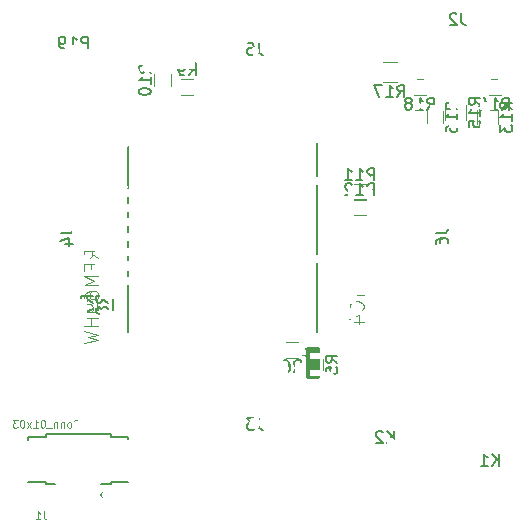
<source format=gbo>
G04 #@! TF.FileFunction,Legend,Bot*
%FSLAX46Y46*%
G04 Gerber Fmt 4.6, Leading zero omitted, Abs format (unit mm)*
G04 Created by KiCad (PCBNEW 4.0.7) date 02/03/18 21:52:34*
%MOMM*%
%LPD*%
G01*
G04 APERTURE LIST*
%ADD10C,0.100000*%
%ADD11C,0.200000*%
%ADD12C,0.381000*%
%ADD13C,0.120000*%
%ADD14C,0.127000*%
%ADD15C,0.280000*%
%ADD16C,0.050000*%
%ADD17C,0.150000*%
%ADD18R,1.050000X1.950000*%
%ADD19R,1.524000X1.524000*%
%ADD20C,1.060000*%
%ADD21C,1.006000*%
%ADD22R,3.000000X0.800000*%
%ADD23R,3.000000X2.100000*%
%ADD24C,1.300000*%
%ADD25C,1.524000*%
%ADD26R,0.900000X0.500000*%
%ADD27R,0.500000X0.900000*%
%ADD28R,1.300000X0.700000*%
%ADD29R,0.700000X1.300000*%
%ADD30R,0.800000X1.600000*%
%ADD31R,2.100000X3.000000*%
%ADD32R,0.800000X3.000000*%
%ADD33R,2.000000X3.000000*%
%ADD34R,1.900000X2.800000*%
%ADD35C,1.306000*%
%ADD36C,2.000000*%
%ADD37C,1.000000*%
%ADD38C,0.706000*%
G04 APERTURE END LIST*
D10*
D11*
X49150000Y-52260000D02*
X49150000Y-36260000D01*
X33150000Y-36260000D02*
X33150000Y-52260000D01*
X48441550Y-54010000D02*
G75*
G03X48441550Y-54010000I-291550J0D01*
G01*
D12*
G36*
X48350000Y-55978100D02*
X48350000Y-53760000D01*
X49118730Y-53760000D01*
X49118730Y-55978100D01*
X48350000Y-55978100D01*
G37*
X48350000Y-55978100D02*
X48350000Y-53760000D01*
X49118730Y-53760000D01*
X49118730Y-55978100D01*
X48350000Y-55978100D01*
D13*
X48280000Y-54545000D02*
X48280000Y-55545000D01*
X49640000Y-55545000D02*
X49640000Y-54545000D01*
X47555000Y-53095000D02*
X46555000Y-53095000D01*
X46555000Y-54455000D02*
X47555000Y-54455000D01*
X31860000Y-50465000D02*
X31860000Y-49465000D01*
X30500000Y-49465000D02*
X30500000Y-50465000D01*
X33130000Y-50465000D02*
X33130000Y-49465000D01*
X31770000Y-49465000D02*
X31770000Y-50465000D01*
X37665000Y-32230000D02*
X38665000Y-32230000D01*
X38665000Y-30870000D02*
X37665000Y-30870000D01*
X36740000Y-31460000D02*
X36740000Y-30460000D01*
X35380000Y-30460000D02*
X35380000Y-31460000D01*
X52270000Y-41120000D02*
X53270000Y-41120000D01*
X53270000Y-39760000D02*
X52270000Y-39760000D01*
X52270000Y-42390000D02*
X53270000Y-42390000D01*
X53270000Y-41030000D02*
X52270000Y-41030000D01*
X62685000Y-33490000D02*
X62685000Y-34690000D01*
X64445000Y-34690000D02*
X64445000Y-33490000D01*
X64700000Y-30870000D02*
X63700000Y-30870000D01*
X63700000Y-32230000D02*
X64700000Y-32230000D01*
X59987520Y-33098840D02*
X59987520Y-34298840D01*
X61747520Y-34298840D02*
X61747520Y-33098840D01*
X58440000Y-33590000D02*
X58440000Y-34590000D01*
X59800000Y-34590000D02*
X59800000Y-33590000D01*
X55910000Y-29400000D02*
X54710000Y-29400000D01*
X54710000Y-31160000D02*
X55910000Y-31160000D01*
X58350000Y-30870000D02*
X57350000Y-30870000D01*
X57350000Y-32230000D02*
X58350000Y-32230000D01*
D14*
X24675000Y-61400000D02*
X24675000Y-61200000D01*
D15*
X31165000Y-66050000D02*
G75*
G03X31165000Y-66050000I-140000J0D01*
G01*
X31165000Y-66050000D02*
G75*
G03X31165000Y-66050000I-140000J0D01*
G01*
D14*
X26175000Y-65000000D02*
X24675000Y-65000000D01*
X24675000Y-65000000D02*
X24675000Y-64950000D01*
X26975000Y-65150000D02*
X26175000Y-65150000D01*
X26175000Y-65150000D02*
X26175000Y-65000000D01*
X30825000Y-65150000D02*
X31675000Y-65150000D01*
X31675000Y-65150000D02*
X31675000Y-65000000D01*
X31675000Y-65000000D02*
X33175000Y-65000000D01*
X33175000Y-65000000D02*
X33175000Y-64950000D01*
X24675000Y-61200000D02*
X26175000Y-61200000D01*
X26175000Y-61200000D02*
X26175000Y-60950000D01*
X26175000Y-60950000D02*
X31675000Y-60950000D01*
X31675000Y-60950000D02*
X31675000Y-61200000D01*
X31675000Y-61200000D02*
X33175000Y-61200000D01*
X33175000Y-61200000D02*
X33175000Y-61350000D01*
D16*
X53098629Y-49170169D02*
X51896259Y-49170169D01*
X52984118Y-50429794D02*
X53041374Y-50372538D01*
X53098629Y-50200771D01*
X53098629Y-50086260D01*
X53041374Y-49914493D01*
X52926862Y-49799981D01*
X52812351Y-49742726D01*
X52583328Y-49685470D01*
X52411561Y-49685470D01*
X52182538Y-49742726D01*
X52068026Y-49799981D01*
X51953515Y-49914493D01*
X51896259Y-50086260D01*
X51896259Y-50200771D01*
X51953515Y-50372538D01*
X52010771Y-50429794D01*
X52297049Y-51460397D02*
X53098629Y-51460397D01*
X51839004Y-51174118D02*
X52697839Y-50887840D01*
X52697839Y-51632164D01*
X30610628Y-46056909D02*
X30053756Y-45667099D01*
X30610628Y-45388664D02*
X29441198Y-45388664D01*
X29441198Y-45834161D01*
X29496885Y-45945535D01*
X29552572Y-46001222D01*
X29663946Y-46056909D01*
X29831008Y-46056909D01*
X29942382Y-46001222D01*
X29998069Y-45945535D01*
X30053756Y-45834161D01*
X30053756Y-45388664D01*
X29998069Y-46947904D02*
X29998069Y-46558094D01*
X30610628Y-46558094D02*
X29441198Y-46558094D01*
X29441198Y-47114965D01*
X30610628Y-47560463D02*
X29441198Y-47560463D01*
X30276505Y-47950273D01*
X29441198Y-48340083D01*
X30610628Y-48340083D01*
X29441198Y-49398138D02*
X29441198Y-49175389D01*
X29496885Y-49064015D01*
X29552572Y-49008328D01*
X29719634Y-48896954D01*
X29942382Y-48841267D01*
X30387879Y-48841267D01*
X30499254Y-48896954D01*
X30554941Y-48952641D01*
X30610628Y-49064015D01*
X30610628Y-49286764D01*
X30554941Y-49398138D01*
X30499254Y-49453825D01*
X30387879Y-49509512D01*
X30109444Y-49509512D01*
X29998069Y-49453825D01*
X29942382Y-49398138D01*
X29886695Y-49286764D01*
X29886695Y-49064015D01*
X29942382Y-48952641D01*
X29998069Y-48896954D01*
X30109444Y-48841267D01*
X30610628Y-50066384D02*
X30610628Y-50289132D01*
X30554941Y-50400507D01*
X30499254Y-50456194D01*
X30332192Y-50567568D01*
X30109444Y-50623255D01*
X29663946Y-50623255D01*
X29552572Y-50567568D01*
X29496885Y-50511881D01*
X29441198Y-50400507D01*
X29441198Y-50177758D01*
X29496885Y-50066384D01*
X29552572Y-50010697D01*
X29663946Y-49955010D01*
X29942382Y-49955010D01*
X30053756Y-50010697D01*
X30109444Y-50066384D01*
X30165131Y-50177758D01*
X30165131Y-50400507D01*
X30109444Y-50511881D01*
X30053756Y-50567568D01*
X29942382Y-50623255D01*
X30610628Y-51124440D02*
X29441198Y-51124440D01*
X29998069Y-51124440D02*
X29998069Y-51792685D01*
X30610628Y-51792685D02*
X29441198Y-51792685D01*
X29441198Y-52238182D02*
X30610628Y-52516618D01*
X29775321Y-52739367D01*
X30610628Y-52962115D01*
X29441198Y-53240551D01*
D17*
X64541095Y-63620281D02*
X64541095Y-62620281D01*
X63969666Y-63620281D02*
X64398238Y-63048852D01*
X63969666Y-62620281D02*
X64541095Y-63191710D01*
X63017285Y-63620281D02*
X63588714Y-63620281D01*
X63303000Y-63620281D02*
X63303000Y-62620281D01*
X63398238Y-62763138D01*
X63493476Y-62858376D01*
X63588714Y-62905995D01*
X55651095Y-61697881D02*
X55651095Y-60697881D01*
X55079666Y-61697881D02*
X55508238Y-61126452D01*
X55079666Y-60697881D02*
X55651095Y-61269310D01*
X54698714Y-60793119D02*
X54651095Y-60745500D01*
X54555857Y-60697881D01*
X54317761Y-60697881D01*
X54222523Y-60745500D01*
X54174904Y-60793119D01*
X54127285Y-60888357D01*
X54127285Y-60983595D01*
X54174904Y-61126452D01*
X54746333Y-61697881D01*
X54127285Y-61697881D01*
X59207381Y-43916667D02*
X59921667Y-43916667D01*
X60064524Y-43869047D01*
X60159762Y-43773809D01*
X60207381Y-43630952D01*
X60207381Y-43535714D01*
X59207381Y-44821429D02*
X59207381Y-44630952D01*
X59255000Y-44535714D01*
X59302619Y-44488095D01*
X59445476Y-44392857D01*
X59635952Y-44345238D01*
X60016905Y-44345238D01*
X60112143Y-44392857D01*
X60159762Y-44440476D01*
X60207381Y-44535714D01*
X60207381Y-44726191D01*
X60159762Y-44821429D01*
X60112143Y-44869048D01*
X60016905Y-44916667D01*
X59778810Y-44916667D01*
X59683571Y-44869048D01*
X59635952Y-44821429D01*
X59588333Y-44726191D01*
X59588333Y-44535714D01*
X59635952Y-44440476D01*
X59683571Y-44392857D01*
X59778810Y-44345238D01*
X27457381Y-43916667D02*
X28171667Y-43916667D01*
X28314524Y-43869047D01*
X28409762Y-43773809D01*
X28457381Y-43630952D01*
X28457381Y-43535714D01*
X27790714Y-44821429D02*
X28457381Y-44821429D01*
X27409762Y-44583333D02*
X28124048Y-44345238D01*
X28124048Y-44964286D01*
X50862381Y-54878334D02*
X50386190Y-54545000D01*
X50862381Y-54306905D02*
X49862381Y-54306905D01*
X49862381Y-54687858D01*
X49910000Y-54783096D01*
X49957619Y-54830715D01*
X50052857Y-54878334D01*
X50195714Y-54878334D01*
X50290952Y-54830715D01*
X50338571Y-54783096D01*
X50386190Y-54687858D01*
X50386190Y-54306905D01*
X49862381Y-55783096D02*
X49862381Y-55306905D01*
X50338571Y-55259286D01*
X50290952Y-55306905D01*
X50243333Y-55402143D01*
X50243333Y-55640239D01*
X50290952Y-55735477D01*
X50338571Y-55783096D01*
X50433810Y-55830715D01*
X50671905Y-55830715D01*
X50767143Y-55783096D01*
X50814762Y-55735477D01*
X50862381Y-55640239D01*
X50862381Y-55402143D01*
X50814762Y-55306905D01*
X50767143Y-55259286D01*
X47221666Y-55677381D02*
X47555000Y-55201190D01*
X47793095Y-55677381D02*
X47793095Y-54677381D01*
X47412142Y-54677381D01*
X47316904Y-54725000D01*
X47269285Y-54772619D01*
X47221666Y-54867857D01*
X47221666Y-55010714D01*
X47269285Y-55105952D01*
X47316904Y-55153571D01*
X47412142Y-55201190D01*
X47793095Y-55201190D01*
X46364523Y-54677381D02*
X46555000Y-54677381D01*
X46650238Y-54725000D01*
X46697857Y-54772619D01*
X46793095Y-54915476D01*
X46840714Y-55105952D01*
X46840714Y-55486905D01*
X46793095Y-55582143D01*
X46745476Y-55629762D01*
X46650238Y-55677381D01*
X46459761Y-55677381D01*
X46364523Y-55629762D01*
X46316904Y-55582143D01*
X46269285Y-55486905D01*
X46269285Y-55248810D01*
X46316904Y-55153571D01*
X46364523Y-55105952D01*
X46459761Y-55058333D01*
X46650238Y-55058333D01*
X46745476Y-55105952D01*
X46793095Y-55153571D01*
X46840714Y-55248810D01*
X30182381Y-49798334D02*
X29706190Y-49465000D01*
X30182381Y-49226905D02*
X29182381Y-49226905D01*
X29182381Y-49607858D01*
X29230000Y-49703096D01*
X29277619Y-49750715D01*
X29372857Y-49798334D01*
X29515714Y-49798334D01*
X29610952Y-49750715D01*
X29658571Y-49703096D01*
X29706190Y-49607858D01*
X29706190Y-49226905D01*
X29182381Y-50131667D02*
X29182381Y-50798334D01*
X30182381Y-50369762D01*
X31452381Y-49798334D02*
X30976190Y-49465000D01*
X31452381Y-49226905D02*
X30452381Y-49226905D01*
X30452381Y-49607858D01*
X30500000Y-49703096D01*
X30547619Y-49750715D01*
X30642857Y-49798334D01*
X30785714Y-49798334D01*
X30880952Y-49750715D01*
X30928571Y-49703096D01*
X30976190Y-49607858D01*
X30976190Y-49226905D01*
X30880952Y-50369762D02*
X30833333Y-50274524D01*
X30785714Y-50226905D01*
X30690476Y-50179286D01*
X30642857Y-50179286D01*
X30547619Y-50226905D01*
X30500000Y-50274524D01*
X30452381Y-50369762D01*
X30452381Y-50560239D01*
X30500000Y-50655477D01*
X30547619Y-50703096D01*
X30642857Y-50750715D01*
X30690476Y-50750715D01*
X30785714Y-50703096D01*
X30833333Y-50655477D01*
X30880952Y-50560239D01*
X30880952Y-50369762D01*
X30928571Y-50274524D01*
X30976190Y-50226905D01*
X31071429Y-50179286D01*
X31261905Y-50179286D01*
X31357143Y-50226905D01*
X31404762Y-50274524D01*
X31452381Y-50369762D01*
X31452381Y-50560239D01*
X31404762Y-50655477D01*
X31357143Y-50703096D01*
X31261905Y-50750715D01*
X31071429Y-50750715D01*
X30976190Y-50703096D01*
X30928571Y-50655477D01*
X30880952Y-50560239D01*
X38331666Y-30552381D02*
X38665000Y-30076190D01*
X38903095Y-30552381D02*
X38903095Y-29552381D01*
X38522142Y-29552381D01*
X38426904Y-29600000D01*
X38379285Y-29647619D01*
X38331666Y-29742857D01*
X38331666Y-29885714D01*
X38379285Y-29980952D01*
X38426904Y-30028571D01*
X38522142Y-30076190D01*
X38903095Y-30076190D01*
X37855476Y-30552381D02*
X37665000Y-30552381D01*
X37569761Y-30504762D01*
X37522142Y-30457143D01*
X37426904Y-30314286D01*
X37379285Y-30123810D01*
X37379285Y-29742857D01*
X37426904Y-29647619D01*
X37474523Y-29600000D01*
X37569761Y-29552381D01*
X37760238Y-29552381D01*
X37855476Y-29600000D01*
X37903095Y-29647619D01*
X37950714Y-29742857D01*
X37950714Y-29980952D01*
X37903095Y-30076190D01*
X37855476Y-30123810D01*
X37760238Y-30171429D01*
X37569761Y-30171429D01*
X37474523Y-30123810D01*
X37426904Y-30076190D01*
X37379285Y-29980952D01*
X35062381Y-30317143D02*
X34586190Y-29983809D01*
X35062381Y-29745714D02*
X34062381Y-29745714D01*
X34062381Y-30126667D01*
X34110000Y-30221905D01*
X34157619Y-30269524D01*
X34252857Y-30317143D01*
X34395714Y-30317143D01*
X34490952Y-30269524D01*
X34538571Y-30221905D01*
X34586190Y-30126667D01*
X34586190Y-29745714D01*
X35062381Y-31269524D02*
X35062381Y-30698095D01*
X35062381Y-30983809D02*
X34062381Y-30983809D01*
X34205238Y-30888571D01*
X34300476Y-30793333D01*
X34348095Y-30698095D01*
X34062381Y-31888571D02*
X34062381Y-31983810D01*
X34110000Y-32079048D01*
X34157619Y-32126667D01*
X34252857Y-32174286D01*
X34443333Y-32221905D01*
X34681429Y-32221905D01*
X34871905Y-32174286D01*
X34967143Y-32126667D01*
X35014762Y-32079048D01*
X35062381Y-31983810D01*
X35062381Y-31888571D01*
X35014762Y-31793333D01*
X34967143Y-31745714D01*
X34871905Y-31698095D01*
X34681429Y-31650476D01*
X34443333Y-31650476D01*
X34252857Y-31698095D01*
X34157619Y-31745714D01*
X34110000Y-31793333D01*
X34062381Y-31888571D01*
X53412857Y-39442381D02*
X53746191Y-38966190D01*
X53984286Y-39442381D02*
X53984286Y-38442381D01*
X53603333Y-38442381D01*
X53508095Y-38490000D01*
X53460476Y-38537619D01*
X53412857Y-38632857D01*
X53412857Y-38775714D01*
X53460476Y-38870952D01*
X53508095Y-38918571D01*
X53603333Y-38966190D01*
X53984286Y-38966190D01*
X52460476Y-39442381D02*
X53031905Y-39442381D01*
X52746191Y-39442381D02*
X52746191Y-38442381D01*
X52841429Y-38585238D01*
X52936667Y-38680476D01*
X53031905Y-38728095D01*
X51508095Y-39442381D02*
X52079524Y-39442381D01*
X51793810Y-39442381D02*
X51793810Y-38442381D01*
X51889048Y-38585238D01*
X51984286Y-38680476D01*
X52079524Y-38728095D01*
X53412857Y-40712381D02*
X53746191Y-40236190D01*
X53984286Y-40712381D02*
X53984286Y-39712381D01*
X53603333Y-39712381D01*
X53508095Y-39760000D01*
X53460476Y-39807619D01*
X53412857Y-39902857D01*
X53412857Y-40045714D01*
X53460476Y-40140952D01*
X53508095Y-40188571D01*
X53603333Y-40236190D01*
X53984286Y-40236190D01*
X52460476Y-40712381D02*
X53031905Y-40712381D01*
X52746191Y-40712381D02*
X52746191Y-39712381D01*
X52841429Y-39855238D01*
X52936667Y-39950476D01*
X53031905Y-39998095D01*
X52079524Y-39807619D02*
X52031905Y-39760000D01*
X51936667Y-39712381D01*
X51698571Y-39712381D01*
X51603333Y-39760000D01*
X51555714Y-39807619D01*
X51508095Y-39902857D01*
X51508095Y-39998095D01*
X51555714Y-40140952D01*
X52127143Y-40712381D01*
X51508095Y-40712381D01*
X65667381Y-33447143D02*
X65191190Y-33113809D01*
X65667381Y-32875714D02*
X64667381Y-32875714D01*
X64667381Y-33256667D01*
X64715000Y-33351905D01*
X64762619Y-33399524D01*
X64857857Y-33447143D01*
X65000714Y-33447143D01*
X65095952Y-33399524D01*
X65143571Y-33351905D01*
X65191190Y-33256667D01*
X65191190Y-32875714D01*
X65667381Y-34399524D02*
X65667381Y-33828095D01*
X65667381Y-34113809D02*
X64667381Y-34113809D01*
X64810238Y-34018571D01*
X64905476Y-33923333D01*
X64953095Y-33828095D01*
X64667381Y-34732857D02*
X64667381Y-35351905D01*
X65048333Y-35018571D01*
X65048333Y-35161429D01*
X65095952Y-35256667D01*
X65143571Y-35304286D01*
X65238810Y-35351905D01*
X65476905Y-35351905D01*
X65572143Y-35304286D01*
X65619762Y-35256667D01*
X65667381Y-35161429D01*
X65667381Y-34875714D01*
X65619762Y-34780476D01*
X65572143Y-34732857D01*
X64842857Y-33452381D02*
X65176191Y-32976190D01*
X65414286Y-33452381D02*
X65414286Y-32452381D01*
X65033333Y-32452381D01*
X64938095Y-32500000D01*
X64890476Y-32547619D01*
X64842857Y-32642857D01*
X64842857Y-32785714D01*
X64890476Y-32880952D01*
X64938095Y-32928571D01*
X65033333Y-32976190D01*
X65414286Y-32976190D01*
X63890476Y-33452381D02*
X64461905Y-33452381D01*
X64176191Y-33452381D02*
X64176191Y-32452381D01*
X64271429Y-32595238D01*
X64366667Y-32690476D01*
X64461905Y-32738095D01*
X63033333Y-32785714D02*
X63033333Y-33452381D01*
X63271429Y-32404762D02*
X63509524Y-33119048D01*
X62890476Y-33119048D01*
X62969901Y-33055983D02*
X62493710Y-32722649D01*
X62969901Y-32484554D02*
X61969901Y-32484554D01*
X61969901Y-32865507D01*
X62017520Y-32960745D01*
X62065139Y-33008364D01*
X62160377Y-33055983D01*
X62303234Y-33055983D01*
X62398472Y-33008364D01*
X62446091Y-32960745D01*
X62493710Y-32865507D01*
X62493710Y-32484554D01*
X62969901Y-34008364D02*
X62969901Y-33436935D01*
X62969901Y-33722649D02*
X61969901Y-33722649D01*
X62112758Y-33627411D01*
X62207996Y-33532173D01*
X62255615Y-33436935D01*
X61969901Y-34913126D02*
X61969901Y-34436935D01*
X62446091Y-34389316D01*
X62398472Y-34436935D01*
X62350853Y-34532173D01*
X62350853Y-34770269D01*
X62398472Y-34865507D01*
X62446091Y-34913126D01*
X62541330Y-34960745D01*
X62779425Y-34960745D01*
X62874663Y-34913126D01*
X62922282Y-34865507D01*
X62969901Y-34770269D01*
X62969901Y-34532173D01*
X62922282Y-34436935D01*
X62874663Y-34389316D01*
X61022381Y-33447143D02*
X60546190Y-33113809D01*
X61022381Y-32875714D02*
X60022381Y-32875714D01*
X60022381Y-33256667D01*
X60070000Y-33351905D01*
X60117619Y-33399524D01*
X60212857Y-33447143D01*
X60355714Y-33447143D01*
X60450952Y-33399524D01*
X60498571Y-33351905D01*
X60546190Y-33256667D01*
X60546190Y-32875714D01*
X61022381Y-34399524D02*
X61022381Y-33828095D01*
X61022381Y-34113809D02*
X60022381Y-34113809D01*
X60165238Y-34018571D01*
X60260476Y-33923333D01*
X60308095Y-33828095D01*
X60022381Y-35256667D02*
X60022381Y-35066190D01*
X60070000Y-34970952D01*
X60117619Y-34923333D01*
X60260476Y-34828095D01*
X60450952Y-34780476D01*
X60831905Y-34780476D01*
X60927143Y-34828095D01*
X60974762Y-34875714D01*
X61022381Y-34970952D01*
X61022381Y-35161429D01*
X60974762Y-35256667D01*
X60927143Y-35304286D01*
X60831905Y-35351905D01*
X60593810Y-35351905D01*
X60498571Y-35304286D01*
X60450952Y-35256667D01*
X60403333Y-35161429D01*
X60403333Y-34970952D01*
X60450952Y-34875714D01*
X60498571Y-34828095D01*
X60593810Y-34780476D01*
X55952857Y-32382381D02*
X56286191Y-31906190D01*
X56524286Y-32382381D02*
X56524286Y-31382381D01*
X56143333Y-31382381D01*
X56048095Y-31430000D01*
X56000476Y-31477619D01*
X55952857Y-31572857D01*
X55952857Y-31715714D01*
X56000476Y-31810952D01*
X56048095Y-31858571D01*
X56143333Y-31906190D01*
X56524286Y-31906190D01*
X55000476Y-32382381D02*
X55571905Y-32382381D01*
X55286191Y-32382381D02*
X55286191Y-31382381D01*
X55381429Y-31525238D01*
X55476667Y-31620476D01*
X55571905Y-31668095D01*
X54667143Y-31382381D02*
X54000476Y-31382381D01*
X54429048Y-32382381D01*
X58492857Y-33452381D02*
X58826191Y-32976190D01*
X59064286Y-33452381D02*
X59064286Y-32452381D01*
X58683333Y-32452381D01*
X58588095Y-32500000D01*
X58540476Y-32547619D01*
X58492857Y-32642857D01*
X58492857Y-32785714D01*
X58540476Y-32880952D01*
X58588095Y-32928571D01*
X58683333Y-32976190D01*
X59064286Y-32976190D01*
X57540476Y-33452381D02*
X58111905Y-33452381D01*
X57826191Y-33452381D02*
X57826191Y-32452381D01*
X57921429Y-32595238D01*
X58016667Y-32690476D01*
X58111905Y-32738095D01*
X56969048Y-32880952D02*
X57064286Y-32833333D01*
X57111905Y-32785714D01*
X57159524Y-32690476D01*
X57159524Y-32642857D01*
X57111905Y-32547619D01*
X57064286Y-32500000D01*
X56969048Y-32452381D01*
X56778571Y-32452381D01*
X56683333Y-32500000D01*
X56635714Y-32547619D01*
X56588095Y-32642857D01*
X56588095Y-32690476D01*
X56635714Y-32785714D01*
X56683333Y-32833333D01*
X56778571Y-32880952D01*
X56969048Y-32880952D01*
X57064286Y-32928571D01*
X57111905Y-32976190D01*
X57159524Y-33071429D01*
X57159524Y-33261905D01*
X57111905Y-33357143D01*
X57064286Y-33404762D01*
X56969048Y-33452381D01*
X56778571Y-33452381D01*
X56683333Y-33404762D01*
X56635714Y-33357143D01*
X56588095Y-33261905D01*
X56588095Y-33071429D01*
X56635714Y-32976190D01*
X56683333Y-32928571D01*
X56778571Y-32880952D01*
D16*
X25991094Y-67479745D02*
X25991094Y-67938112D01*
X26021651Y-68029785D01*
X26082767Y-68090900D01*
X26174440Y-68121458D01*
X26235556Y-68121458D01*
X25349381Y-68121458D02*
X25716074Y-68121458D01*
X25532727Y-68121458D02*
X25532727Y-67479745D01*
X25593843Y-67571419D01*
X25654958Y-67632534D01*
X25716074Y-67663092D01*
X28583239Y-60315827D02*
X28613818Y-60346405D01*
X28705553Y-60376984D01*
X28766709Y-60376984D01*
X28858444Y-60346405D01*
X28919601Y-60285249D01*
X28950179Y-60224092D01*
X28980758Y-60101779D01*
X28980758Y-60010044D01*
X28950179Y-59887730D01*
X28919601Y-59826574D01*
X28858444Y-59765417D01*
X28766709Y-59734839D01*
X28705553Y-59734839D01*
X28613818Y-59765417D01*
X28583239Y-59795995D01*
X28216299Y-60376984D02*
X28277456Y-60346405D01*
X28308034Y-60315827D01*
X28338613Y-60254670D01*
X28338613Y-60071200D01*
X28308034Y-60010044D01*
X28277456Y-59979465D01*
X28216299Y-59948887D01*
X28124564Y-59948887D01*
X28063408Y-59979465D01*
X28032829Y-60010044D01*
X28002251Y-60071200D01*
X28002251Y-60254670D01*
X28032829Y-60315827D01*
X28063408Y-60346405D01*
X28124564Y-60376984D01*
X28216299Y-60376984D01*
X27727046Y-59948887D02*
X27727046Y-60376984D01*
X27727046Y-60010044D02*
X27696468Y-59979465D01*
X27635311Y-59948887D01*
X27543576Y-59948887D01*
X27482420Y-59979465D01*
X27451841Y-60040622D01*
X27451841Y-60376984D01*
X27146058Y-59948887D02*
X27146058Y-60376984D01*
X27146058Y-60010044D02*
X27115480Y-59979465D01*
X27054323Y-59948887D01*
X26962588Y-59948887D01*
X26901432Y-59979465D01*
X26870853Y-60040622D01*
X26870853Y-60376984D01*
X26717962Y-60438140D02*
X26228709Y-60438140D01*
X25953504Y-59734839D02*
X25892347Y-59734839D01*
X25831191Y-59765417D01*
X25800612Y-59795995D01*
X25770034Y-59857152D01*
X25739456Y-59979465D01*
X25739456Y-60132357D01*
X25770034Y-60254670D01*
X25800612Y-60315827D01*
X25831191Y-60346405D01*
X25892347Y-60376984D01*
X25953504Y-60376984D01*
X26014661Y-60346405D01*
X26045239Y-60315827D01*
X26075817Y-60254670D01*
X26106396Y-60132357D01*
X26106396Y-59979465D01*
X26075817Y-59857152D01*
X26045239Y-59795995D01*
X26014661Y-59765417D01*
X25953504Y-59734839D01*
X25127889Y-60376984D02*
X25494829Y-60376984D01*
X25311359Y-60376984D02*
X25311359Y-59734839D01*
X25372515Y-59826574D01*
X25433672Y-59887730D01*
X25494829Y-59918309D01*
X24913840Y-60376984D02*
X24577478Y-59948887D01*
X24913840Y-59948887D02*
X24577478Y-60376984D01*
X24210538Y-59734839D02*
X24149381Y-59734839D01*
X24088225Y-59765417D01*
X24057646Y-59795995D01*
X24027068Y-59857152D01*
X23996490Y-59979465D01*
X23996490Y-60132357D01*
X24027068Y-60254670D01*
X24057646Y-60315827D01*
X24088225Y-60346405D01*
X24149381Y-60376984D01*
X24210538Y-60376984D01*
X24271695Y-60346405D01*
X24302273Y-60315827D01*
X24332851Y-60254670D01*
X24363430Y-60132357D01*
X24363430Y-59979465D01*
X24332851Y-59857152D01*
X24302273Y-59795995D01*
X24271695Y-59765417D01*
X24210538Y-59734839D01*
X23782441Y-59734839D02*
X23384923Y-59734839D01*
X23598971Y-59979465D01*
X23507236Y-59979465D01*
X23446079Y-60010044D01*
X23415501Y-60040622D01*
X23384923Y-60101779D01*
X23384923Y-60254670D01*
X23415501Y-60315827D01*
X23446079Y-60346405D01*
X23507236Y-60376984D01*
X23690706Y-60376984D01*
X23751863Y-60346405D01*
X23782441Y-60315827D01*
D17*
X61358333Y-25287381D02*
X61358333Y-26001667D01*
X61405953Y-26144524D01*
X61501191Y-26239762D01*
X61644048Y-26287381D01*
X61739286Y-26287381D01*
X60929762Y-25382619D02*
X60882143Y-25335000D01*
X60786905Y-25287381D01*
X60548809Y-25287381D01*
X60453571Y-25335000D01*
X60405952Y-25382619D01*
X60358333Y-25477857D01*
X60358333Y-25573095D01*
X60405952Y-25715952D01*
X60977381Y-26287381D01*
X60358333Y-26287381D01*
X44213333Y-59577381D02*
X44213333Y-60291667D01*
X44260953Y-60434524D01*
X44356191Y-60529762D01*
X44499048Y-60577381D01*
X44594286Y-60577381D01*
X43832381Y-59577381D02*
X43213333Y-59577381D01*
X43546667Y-59958333D01*
X43403809Y-59958333D01*
X43308571Y-60005952D01*
X43260952Y-60053571D01*
X43213333Y-60148810D01*
X43213333Y-60386905D01*
X43260952Y-60482143D01*
X43308571Y-60529762D01*
X43403809Y-60577381D01*
X43689524Y-60577381D01*
X43784762Y-60529762D01*
X43832381Y-60482143D01*
X44213333Y-27827381D02*
X44213333Y-28541667D01*
X44260953Y-28684524D01*
X44356191Y-28779762D01*
X44499048Y-28827381D01*
X44594286Y-28827381D01*
X43260952Y-27827381D02*
X43737143Y-27827381D01*
X43784762Y-28303571D01*
X43737143Y-28255952D01*
X43641905Y-28208333D01*
X43403809Y-28208333D01*
X43308571Y-28255952D01*
X43260952Y-28303571D01*
X43213333Y-28398810D01*
X43213333Y-28636905D01*
X43260952Y-28732143D01*
X43308571Y-28779762D01*
X43403809Y-28827381D01*
X43641905Y-28827381D01*
X43737143Y-28779762D01*
X43784762Y-28732143D01*
X29744286Y-28282381D02*
X29744286Y-27282381D01*
X29363333Y-27282381D01*
X29268095Y-27330000D01*
X29220476Y-27377619D01*
X29172857Y-27472857D01*
X29172857Y-27615714D01*
X29220476Y-27710952D01*
X29268095Y-27758571D01*
X29363333Y-27806190D01*
X29744286Y-27806190D01*
X28220476Y-28282381D02*
X28791905Y-28282381D01*
X28506191Y-28282381D02*
X28506191Y-27282381D01*
X28601429Y-27425238D01*
X28696667Y-27520476D01*
X28791905Y-27568095D01*
X27744286Y-28282381D02*
X27553810Y-28282381D01*
X27458571Y-28234762D01*
X27410952Y-28187143D01*
X27315714Y-28044286D01*
X27268095Y-27853810D01*
X27268095Y-27472857D01*
X27315714Y-27377619D01*
X27363333Y-27330000D01*
X27458571Y-27282381D01*
X27649048Y-27282381D01*
X27744286Y-27330000D01*
X27791905Y-27377619D01*
X27839524Y-27472857D01*
X27839524Y-27710952D01*
X27791905Y-27806190D01*
X27744286Y-27853810D01*
X27649048Y-27901429D01*
X27458571Y-27901429D01*
X27363333Y-27853810D01*
X27315714Y-27806190D01*
X27268095Y-27710952D01*
%LPC*%
D18*
X48150000Y-51660000D03*
X46150000Y-51660000D03*
X40150000Y-51660000D03*
X38150000Y-51660000D03*
X36150000Y-51660000D03*
X34150000Y-51660000D03*
X34150000Y-36860000D03*
X36150000Y-36860000D03*
X38150000Y-36860000D03*
X40150000Y-36860000D03*
X42150000Y-36860000D03*
X44150000Y-36860000D03*
X46150000Y-36860000D03*
X48150000Y-36860000D03*
D19*
X63803000Y-65207900D03*
X66343000Y-65207900D03*
X61263000Y-65207900D03*
X66343000Y-60127900D03*
X63803000Y-60127900D03*
X61263000Y-60127900D03*
X54913000Y-63150500D03*
X57453000Y-63150500D03*
X52373000Y-63150500D03*
X57453000Y-58070500D03*
X54913000Y-58070500D03*
X52373000Y-58070500D03*
D20*
X64882500Y-56140100D03*
D21*
X66132500Y-56140100D03*
X69297020Y-56084220D03*
D20*
X70547020Y-56084220D03*
D22*
X55945000Y-44250000D03*
X55945000Y-45500000D03*
X55945000Y-46750000D03*
X55945000Y-43000000D03*
X55945000Y-41750000D03*
D23*
X59545000Y-50550000D03*
X59545000Y-37950000D03*
D22*
X55945000Y-48000000D03*
X55945000Y-40500000D03*
D24*
X50240000Y-51740000D03*
D25*
X55320000Y-51740000D03*
X60400000Y-51740000D03*
X60400000Y-36500000D03*
X55320000Y-36500000D03*
X50240000Y-36500000D03*
D21*
X67486000Y-36290000D03*
D20*
X66236000Y-36290000D03*
D22*
X31815000Y-44250000D03*
X31815000Y-43000000D03*
X31815000Y-41750000D03*
X31815000Y-45500000D03*
X31815000Y-46750000D03*
D23*
X28215000Y-37950000D03*
X28215000Y-50550000D03*
D22*
X31815000Y-40500000D03*
X31815000Y-48000000D03*
D20*
X35990000Y-16224000D03*
D21*
X35990000Y-17474000D03*
D26*
X48960000Y-55795000D03*
X48960000Y-54295000D03*
D27*
X46305000Y-53775000D03*
X47805000Y-53775000D03*
D26*
X31180000Y-49215000D03*
X31180000Y-50715000D03*
X32450000Y-49215000D03*
X32450000Y-50715000D03*
D27*
X38915000Y-31550000D03*
X37415000Y-31550000D03*
D26*
X36060000Y-30210000D03*
X36060000Y-31710000D03*
D27*
X53520000Y-40440000D03*
X52020000Y-40440000D03*
X53520000Y-41710000D03*
X52020000Y-41710000D03*
D28*
X63565000Y-35040000D03*
X63565000Y-33140000D03*
D27*
X63450000Y-31550000D03*
X64950000Y-31550000D03*
D28*
X60867520Y-34648840D03*
X60867520Y-32748840D03*
D26*
X59120000Y-34840000D03*
X59120000Y-33340000D03*
D29*
X54360000Y-30280000D03*
X56260000Y-30280000D03*
D27*
X57100000Y-31550000D03*
X58600000Y-31550000D03*
D30*
X30175000Y-66050000D03*
X28925000Y-66050000D03*
X27675000Y-66050000D03*
D31*
X25125000Y-63150000D03*
X32725000Y-63150000D03*
D32*
X61025000Y-29645000D03*
X62275000Y-29645000D03*
X63525000Y-29645000D03*
X59775000Y-29645000D03*
X58525000Y-29645000D03*
D31*
X67325000Y-26045000D03*
X54725000Y-26045000D03*
D32*
X64775000Y-29645000D03*
X57275000Y-29645000D03*
X43880000Y-56315000D03*
X42630000Y-56315000D03*
X41380000Y-56315000D03*
X45130000Y-56315000D03*
X46380000Y-56315000D03*
D31*
X37580000Y-59915000D03*
X50180000Y-59915000D03*
D32*
X40130000Y-56315000D03*
X47630000Y-56315000D03*
X43880000Y-32185000D03*
X45130000Y-32185000D03*
X46380000Y-32185000D03*
X42630000Y-32185000D03*
X41380000Y-32185000D03*
D31*
X50180000Y-28585000D03*
D33*
X37770000Y-28585000D03*
D32*
X47630000Y-32185000D03*
X40130000Y-32185000D03*
D20*
X15670000Y-52038000D03*
D21*
X16920000Y-52038000D03*
X20115000Y-52038000D03*
D20*
X21365000Y-52038000D03*
X51738000Y-72358000D03*
D21*
X51738000Y-71108000D03*
X51738000Y-67913000D03*
D20*
X51738000Y-66663000D03*
X34720000Y-72358000D03*
D21*
X34720000Y-71108000D03*
X34720000Y-67913000D03*
D20*
X34720000Y-66663000D03*
X53008000Y-16224000D03*
D21*
X53008000Y-17474000D03*
X53008000Y-20669000D03*
D20*
X53008000Y-21919000D03*
X71931000Y-36290000D03*
D21*
X70681000Y-36290000D03*
X67359000Y-53435000D03*
X66109000Y-53435000D03*
X35990000Y-20669000D03*
D20*
X35990000Y-21919000D03*
X15924000Y-35147000D03*
D21*
X17174000Y-35147000D03*
X20369000Y-35147000D03*
D20*
X21619000Y-35147000D03*
D32*
X29800000Y-31640000D03*
X28550000Y-31640000D03*
X27300000Y-31640000D03*
D34*
X32450000Y-27940000D03*
D31*
X23500000Y-28040000D03*
D32*
X26050000Y-31640000D03*
D21*
X18024580Y-57242460D03*
D20*
X16774580Y-57242460D03*
D21*
X71804000Y-53435000D03*
X70554000Y-53435000D03*
D25*
X53262000Y-69056000D03*
X53262000Y-66516000D03*
X34453300Y-19792700D03*
X34453300Y-22332700D03*
D35*
X35570900Y-36582100D03*
D36*
X28725600Y-28924000D03*
X59294500Y-59569100D03*
D20*
X17371800Y-32734000D03*
X17371800Y-31484000D03*
X31800000Y-71000000D03*
D21*
X30550000Y-71000000D03*
X43960520Y-53800760D03*
X42710520Y-53800760D03*
X53363600Y-43376600D03*
X52113600Y-43376600D03*
D37*
X52098680Y-50641000D03*
X52098680Y-49391000D03*
D21*
X30262300Y-26942800D03*
X26287200Y-28441400D03*
X30015920Y-25967440D03*
D37*
X62865740Y-23028660D03*
X63871580Y-24400260D03*
D38*
X58606160Y-23341080D03*
D37*
X62449940Y-27145640D03*
D38*
X58667120Y-29447240D03*
D37*
X40490000Y-27970000D03*
D38*
X43884320Y-28461720D03*
D37*
X33880000Y-37370000D03*
X32632120Y-39975540D03*
X55895980Y-21751040D03*
D38*
X58989700Y-32030420D03*
D37*
X61030000Y-47310000D03*
D21*
X26275900Y-25075900D03*
D37*
X62317100Y-53930300D03*
D21*
X32383200Y-23247100D03*
D38*
X54800000Y-65300000D03*
D37*
X60642730Y-19727570D03*
D38*
X48020200Y-41105480D03*
X64200000Y-66475000D03*
X39100000Y-56300000D03*
X31320000Y-51910000D03*
X28350000Y-54820000D03*
X47680000Y-32670000D03*
X47825000Y-53800000D03*
X37350000Y-31525000D03*
D37*
X37200000Y-34550000D03*
D38*
X28800000Y-60150000D03*
X31930000Y-35360000D03*
D37*
X33740000Y-30480000D03*
D38*
X54660000Y-54440000D03*
D37*
X60480680Y-66754760D03*
D38*
X30894760Y-31123640D03*
X27180000Y-42570000D03*
D37*
X56524120Y-24112880D03*
D38*
X53719200Y-22995640D03*
D37*
X41410000Y-28970000D03*
X29114220Y-48263560D03*
X28342060Y-46051220D03*
D38*
X34070000Y-33050000D03*
D37*
X34864780Y-29846020D03*
X52929260Y-26648160D03*
X51971680Y-28080720D03*
D38*
X52740000Y-37490000D03*
D37*
X59772020Y-47499020D03*
X57275000Y-67750000D03*
D38*
X66482700Y-57537100D03*
D37*
X58423280Y-39998400D03*
D21*
X28975000Y-65000000D03*
D38*
X59800000Y-28800000D03*
D37*
X61175000Y-67750000D03*
D38*
X37300000Y-54350000D03*
D21*
X41120000Y-58530000D03*
X38660000Y-57660000D03*
D37*
X43860000Y-59960000D03*
D21*
X41440000Y-60240000D03*
D38*
X27280000Y-39220000D03*
D37*
X34375000Y-54575000D03*
D38*
X53135000Y-35040000D03*
X33425000Y-59825000D03*
X36508920Y-39611960D03*
X31317160Y-60071660D03*
X36072040Y-40747340D03*
X46305000Y-53775000D03*
X33094400Y-34992060D03*
X33150000Y-46620000D03*
X53520000Y-41710000D03*
X26450000Y-53290000D03*
X28275000Y-41710000D03*
X29600000Y-44880000D03*
X22600000Y-59150000D03*
X30050000Y-57250000D03*
X29600000Y-46120000D03*
X38570000Y-48270000D03*
X31420000Y-37710000D03*
X36075000Y-54500000D03*
X35300000Y-57750000D03*
X31250000Y-66125000D03*
X52576200Y-46221400D03*
X43122320Y-30158440D03*
X39731420Y-49498000D03*
X45360060Y-42845740D03*
D21*
X45340000Y-49940000D03*
D38*
X48025000Y-42850000D03*
X44341520Y-30178760D03*
X55190000Y-34283400D03*
X57588210Y-33191790D03*
X56909440Y-34999680D03*
X39820320Y-48255940D03*
X42818280Y-45489520D03*
X43920000Y-55160000D03*
X59907400Y-44984060D03*
X57224400Y-59581800D03*
X53135000Y-60077100D03*
X56180460Y-56668420D03*
X58391020Y-43627700D03*
X40011580Y-40930220D03*
X29530000Y-33890000D03*
X57300600Y-38695380D03*
X46907680Y-39680540D03*
X40285900Y-42118940D03*
X60498460Y-39746940D03*
X45045100Y-41644320D03*
D21*
X47225000Y-50050000D03*
D38*
X54371980Y-35334960D03*
X42700000Y-55150000D03*
X49934600Y-33788100D03*
X32962320Y-31621480D03*
X49147960Y-39540840D03*
X53188340Y-52647600D03*
X58336920Y-53605180D03*
X60577200Y-55505100D03*
X66650000Y-55000000D03*
X69403700Y-61745880D03*
X54570100Y-59569100D03*
X37150000Y-45100000D03*
X53500000Y-40475000D03*
X36607220Y-49388780D03*
X38065180Y-32670500D03*
X47630000Y-56315000D03*
X32890000Y-36340000D03*
X34700000Y-61700000D03*
X34344080Y-28822400D03*
D37*
X31880280Y-30310840D03*
X24620960Y-54923440D03*
X28430000Y-56140000D03*
X32190160Y-54324000D03*
D38*
X53282320Y-29213560D03*
D37*
X46200000Y-30000000D03*
D38*
X28217600Y-24260560D03*
X29045640Y-24265640D03*
X52317120Y-31611320D03*
X50097160Y-31646880D03*
X58834760Y-48677580D03*
D37*
X57173600Y-54453540D03*
X50150500Y-56114700D03*
D21*
X21664400Y-27666700D03*
X24737800Y-32848300D03*
D38*
X57240000Y-51500000D03*
X58010000Y-46650000D03*
D37*
X42350000Y-61070000D03*
D38*
X27160000Y-40620000D03*
X31478960Y-39231320D03*
X37710340Y-42926660D03*
X38911000Y-39670740D03*
X35655480Y-41903040D03*
X29280000Y-39920000D03*
X44240000Y-47020000D03*
X42370000Y-41680000D03*
X42300000Y-39300000D03*
X28530020Y-43485820D03*
X27084760Y-52622200D03*
X23810000Y-56680000D03*
X26560000Y-56400000D03*
X45215280Y-39713920D03*
X40682140Y-47331020D03*
X34446440Y-41882720D03*
X50976000Y-32134560D03*
X60643240Y-33135320D03*
X59177660Y-34819340D03*
X39500280Y-26907240D03*
X44671720Y-26902160D03*
X35034960Y-28014680D03*
X53360000Y-54040000D03*
X47280000Y-48810000D03*
X45140000Y-34700000D03*
X45180000Y-38500000D03*
X43750000Y-34460000D03*
X43259480Y-38535360D03*
X42250000Y-34675000D03*
X41120000Y-38730000D03*
X39162460Y-38482020D03*
X40782980Y-34590740D03*
X47837320Y-45045020D03*
X53744600Y-45002200D03*
X48507880Y-47704400D03*
X52817500Y-47859700D03*
X53731900Y-47046900D03*
X47837320Y-46683320D03*
X52525400Y-45002200D03*
X49140340Y-46096580D03*
X58113400Y-36165540D03*
X55606420Y-39360860D03*
X62263760Y-31890720D03*
X53290000Y-39280000D03*
X61027540Y-40907360D03*
X58181980Y-45421300D03*
X53160400Y-30173680D03*
X51347600Y-35288880D03*
X32307000Y-25761700D03*
X27874700Y-22040600D03*
X58890640Y-66673480D03*
X55370200Y-61639200D03*
X41810000Y-50190000D03*
X42890000Y-49220000D03*
M02*

</source>
